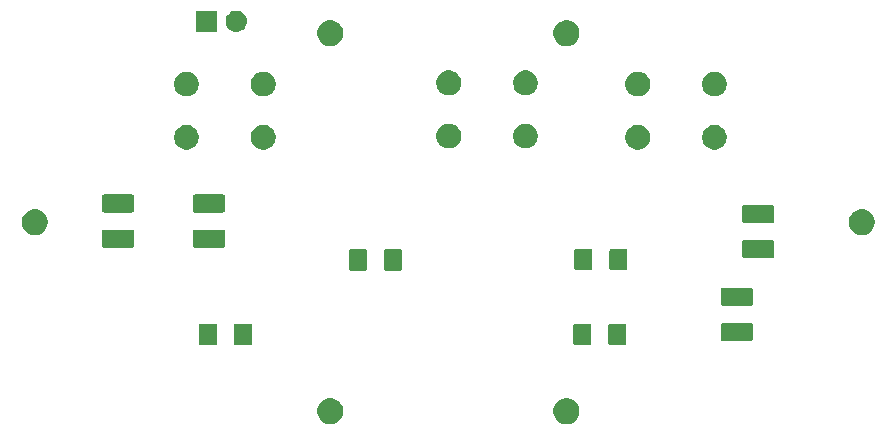
<source format=gbr>
G04 #@! TF.GenerationSoftware,KiCad,Pcbnew,(5.1.4-0)*
G04 #@! TF.CreationDate,2022-06-22T14:12:09-04:00*
G04 #@! TF.ProjectId,wheeler_lights,77686565-6c65-4725-9f6c-69676874732e,rev?*
G04 #@! TF.SameCoordinates,Original*
G04 #@! TF.FileFunction,Soldermask,Top*
G04 #@! TF.FilePolarity,Negative*
%FSLAX46Y46*%
G04 Gerber Fmt 4.6, Leading zero omitted, Abs format (unit mm)*
G04 Created by KiCad (PCBNEW (5.1.4-0)) date 2022-06-22 14:12:09*
%MOMM*%
%LPD*%
G04 APERTURE LIST*
%ADD10C,0.100000*%
G04 APERTURE END LIST*
D10*
G36*
X92714795Y-67920156D02*
G01*
X92821150Y-67941311D01*
X92921334Y-67982809D01*
X93021520Y-68024307D01*
X93201844Y-68144795D01*
X93355205Y-68298156D01*
X93475693Y-68478480D01*
X93558689Y-68678851D01*
X93601000Y-68891560D01*
X93601000Y-69108440D01*
X93558689Y-69321149D01*
X93475693Y-69521520D01*
X93355205Y-69701844D01*
X93201844Y-69855205D01*
X93021520Y-69975693D01*
X92821150Y-70058689D01*
X92714794Y-70079845D01*
X92608440Y-70101000D01*
X92391560Y-70101000D01*
X92285206Y-70079845D01*
X92178850Y-70058689D01*
X91978480Y-69975693D01*
X91798156Y-69855205D01*
X91644795Y-69701844D01*
X91524307Y-69521520D01*
X91441311Y-69321149D01*
X91399000Y-69108440D01*
X91399000Y-68891560D01*
X91441311Y-68678851D01*
X91524307Y-68478480D01*
X91644795Y-68298156D01*
X91798156Y-68144795D01*
X91978480Y-68024307D01*
X92078666Y-67982809D01*
X92178850Y-67941311D01*
X92285205Y-67920156D01*
X92391560Y-67899000D01*
X92608440Y-67899000D01*
X92714795Y-67920156D01*
X92714795Y-67920156D01*
G37*
G36*
X72714795Y-67920156D02*
G01*
X72821150Y-67941311D01*
X72921334Y-67982809D01*
X73021520Y-68024307D01*
X73201844Y-68144795D01*
X73355205Y-68298156D01*
X73475693Y-68478480D01*
X73558689Y-68678851D01*
X73601000Y-68891560D01*
X73601000Y-69108440D01*
X73558689Y-69321149D01*
X73475693Y-69521520D01*
X73355205Y-69701844D01*
X73201844Y-69855205D01*
X73021520Y-69975693D01*
X72821150Y-70058689D01*
X72714794Y-70079845D01*
X72608440Y-70101000D01*
X72391560Y-70101000D01*
X72285206Y-70079845D01*
X72178850Y-70058689D01*
X71978480Y-69975693D01*
X71798156Y-69855205D01*
X71644795Y-69701844D01*
X71524307Y-69521520D01*
X71441311Y-69321149D01*
X71399000Y-69108440D01*
X71399000Y-68891560D01*
X71441311Y-68678851D01*
X71524307Y-68478480D01*
X71644795Y-68298156D01*
X71798156Y-68144795D01*
X71978480Y-68024307D01*
X72078666Y-67982809D01*
X72178850Y-67941311D01*
X72285205Y-67920156D01*
X72391560Y-67899000D01*
X72608440Y-67899000D01*
X72714795Y-67920156D01*
X72714795Y-67920156D01*
G37*
G36*
X97430562Y-61593181D02*
G01*
X97465481Y-61603774D01*
X97497663Y-61620976D01*
X97525873Y-61644127D01*
X97549024Y-61672337D01*
X97566226Y-61704519D01*
X97576819Y-61739438D01*
X97581000Y-61781895D01*
X97581000Y-63248105D01*
X97576819Y-63290562D01*
X97566226Y-63325481D01*
X97549024Y-63357663D01*
X97525873Y-63385873D01*
X97497663Y-63409024D01*
X97465481Y-63426226D01*
X97430562Y-63436819D01*
X97388105Y-63441000D01*
X96246895Y-63441000D01*
X96204438Y-63436819D01*
X96169519Y-63426226D01*
X96137337Y-63409024D01*
X96109127Y-63385873D01*
X96085976Y-63357663D01*
X96068774Y-63325481D01*
X96058181Y-63290562D01*
X96054000Y-63248105D01*
X96054000Y-61781895D01*
X96058181Y-61739438D01*
X96068774Y-61704519D01*
X96085976Y-61672337D01*
X96109127Y-61644127D01*
X96137337Y-61620976D01*
X96169519Y-61603774D01*
X96204438Y-61593181D01*
X96246895Y-61589000D01*
X97388105Y-61589000D01*
X97430562Y-61593181D01*
X97430562Y-61593181D01*
G37*
G36*
X94455562Y-61593181D02*
G01*
X94490481Y-61603774D01*
X94522663Y-61620976D01*
X94550873Y-61644127D01*
X94574024Y-61672337D01*
X94591226Y-61704519D01*
X94601819Y-61739438D01*
X94606000Y-61781895D01*
X94606000Y-63248105D01*
X94601819Y-63290562D01*
X94591226Y-63325481D01*
X94574024Y-63357663D01*
X94550873Y-63385873D01*
X94522663Y-63409024D01*
X94490481Y-63426226D01*
X94455562Y-63436819D01*
X94413105Y-63441000D01*
X93271895Y-63441000D01*
X93229438Y-63436819D01*
X93194519Y-63426226D01*
X93162337Y-63409024D01*
X93134127Y-63385873D01*
X93110976Y-63357663D01*
X93093774Y-63325481D01*
X93083181Y-63290562D01*
X93079000Y-63248105D01*
X93079000Y-61781895D01*
X93083181Y-61739438D01*
X93093774Y-61704519D01*
X93110976Y-61672337D01*
X93134127Y-61644127D01*
X93162337Y-61620976D01*
X93194519Y-61603774D01*
X93229438Y-61593181D01*
X93271895Y-61589000D01*
X94413105Y-61589000D01*
X94455562Y-61593181D01*
X94455562Y-61593181D01*
G37*
G36*
X65730562Y-61593181D02*
G01*
X65765481Y-61603774D01*
X65797663Y-61620976D01*
X65825873Y-61644127D01*
X65849024Y-61672337D01*
X65866226Y-61704519D01*
X65876819Y-61739438D01*
X65881000Y-61781895D01*
X65881000Y-63248105D01*
X65876819Y-63290562D01*
X65866226Y-63325481D01*
X65849024Y-63357663D01*
X65825873Y-63385873D01*
X65797663Y-63409024D01*
X65765481Y-63426226D01*
X65730562Y-63436819D01*
X65688105Y-63441000D01*
X64546895Y-63441000D01*
X64504438Y-63436819D01*
X64469519Y-63426226D01*
X64437337Y-63409024D01*
X64409127Y-63385873D01*
X64385976Y-63357663D01*
X64368774Y-63325481D01*
X64358181Y-63290562D01*
X64354000Y-63248105D01*
X64354000Y-61781895D01*
X64358181Y-61739438D01*
X64368774Y-61704519D01*
X64385976Y-61672337D01*
X64409127Y-61644127D01*
X64437337Y-61620976D01*
X64469519Y-61603774D01*
X64504438Y-61593181D01*
X64546895Y-61589000D01*
X65688105Y-61589000D01*
X65730562Y-61593181D01*
X65730562Y-61593181D01*
G37*
G36*
X62755562Y-61593181D02*
G01*
X62790481Y-61603774D01*
X62822663Y-61620976D01*
X62850873Y-61644127D01*
X62874024Y-61672337D01*
X62891226Y-61704519D01*
X62901819Y-61739438D01*
X62906000Y-61781895D01*
X62906000Y-63248105D01*
X62901819Y-63290562D01*
X62891226Y-63325481D01*
X62874024Y-63357663D01*
X62850873Y-63385873D01*
X62822663Y-63409024D01*
X62790481Y-63426226D01*
X62755562Y-63436819D01*
X62713105Y-63441000D01*
X61571895Y-63441000D01*
X61529438Y-63436819D01*
X61494519Y-63426226D01*
X61462337Y-63409024D01*
X61434127Y-63385873D01*
X61410976Y-63357663D01*
X61393774Y-63325481D01*
X61383181Y-63290562D01*
X61379000Y-63248105D01*
X61379000Y-61781895D01*
X61383181Y-61739438D01*
X61393774Y-61704519D01*
X61410976Y-61672337D01*
X61434127Y-61644127D01*
X61462337Y-61620976D01*
X61494519Y-61603774D01*
X61529438Y-61593181D01*
X61571895Y-61589000D01*
X62713105Y-61589000D01*
X62755562Y-61593181D01*
X62755562Y-61593181D01*
G37*
G36*
X108155562Y-61543181D02*
G01*
X108190481Y-61553774D01*
X108222663Y-61570976D01*
X108250873Y-61594127D01*
X108274024Y-61622337D01*
X108291226Y-61654519D01*
X108301819Y-61689438D01*
X108306000Y-61731895D01*
X108306000Y-62873105D01*
X108301819Y-62915562D01*
X108291226Y-62950481D01*
X108274024Y-62982663D01*
X108250873Y-63010873D01*
X108222663Y-63034024D01*
X108190481Y-63051226D01*
X108155562Y-63061819D01*
X108113105Y-63066000D01*
X105746895Y-63066000D01*
X105704438Y-63061819D01*
X105669519Y-63051226D01*
X105637337Y-63034024D01*
X105609127Y-63010873D01*
X105585976Y-62982663D01*
X105568774Y-62950481D01*
X105558181Y-62915562D01*
X105554000Y-62873105D01*
X105554000Y-61731895D01*
X105558181Y-61689438D01*
X105568774Y-61654519D01*
X105585976Y-61622337D01*
X105609127Y-61594127D01*
X105637337Y-61570976D01*
X105669519Y-61553774D01*
X105704438Y-61543181D01*
X105746895Y-61539000D01*
X108113105Y-61539000D01*
X108155562Y-61543181D01*
X108155562Y-61543181D01*
G37*
G36*
X108155562Y-58568181D02*
G01*
X108190481Y-58578774D01*
X108222663Y-58595976D01*
X108250873Y-58619127D01*
X108274024Y-58647337D01*
X108291226Y-58679519D01*
X108301819Y-58714438D01*
X108306000Y-58756895D01*
X108306000Y-59898105D01*
X108301819Y-59940562D01*
X108291226Y-59975481D01*
X108274024Y-60007663D01*
X108250873Y-60035873D01*
X108222663Y-60059024D01*
X108190481Y-60076226D01*
X108155562Y-60086819D01*
X108113105Y-60091000D01*
X105746895Y-60091000D01*
X105704438Y-60086819D01*
X105669519Y-60076226D01*
X105637337Y-60059024D01*
X105609127Y-60035873D01*
X105585976Y-60007663D01*
X105568774Y-59975481D01*
X105558181Y-59940562D01*
X105554000Y-59898105D01*
X105554000Y-58756895D01*
X105558181Y-58714438D01*
X105568774Y-58679519D01*
X105585976Y-58647337D01*
X105609127Y-58619127D01*
X105637337Y-58595976D01*
X105669519Y-58578774D01*
X105704438Y-58568181D01*
X105746895Y-58564000D01*
X108113105Y-58564000D01*
X108155562Y-58568181D01*
X108155562Y-58568181D01*
G37*
G36*
X78430562Y-55293181D02*
G01*
X78465481Y-55303774D01*
X78497663Y-55320976D01*
X78525873Y-55344127D01*
X78549024Y-55372337D01*
X78566226Y-55404519D01*
X78576819Y-55439438D01*
X78581000Y-55481895D01*
X78581000Y-56948105D01*
X78576819Y-56990562D01*
X78566226Y-57025481D01*
X78549024Y-57057663D01*
X78525873Y-57085873D01*
X78497663Y-57109024D01*
X78465481Y-57126226D01*
X78430562Y-57136819D01*
X78388105Y-57141000D01*
X77246895Y-57141000D01*
X77204438Y-57136819D01*
X77169519Y-57126226D01*
X77137337Y-57109024D01*
X77109127Y-57085873D01*
X77085976Y-57057663D01*
X77068774Y-57025481D01*
X77058181Y-56990562D01*
X77054000Y-56948105D01*
X77054000Y-55481895D01*
X77058181Y-55439438D01*
X77068774Y-55404519D01*
X77085976Y-55372337D01*
X77109127Y-55344127D01*
X77137337Y-55320976D01*
X77169519Y-55303774D01*
X77204438Y-55293181D01*
X77246895Y-55289000D01*
X78388105Y-55289000D01*
X78430562Y-55293181D01*
X78430562Y-55293181D01*
G37*
G36*
X75455562Y-55293181D02*
G01*
X75490481Y-55303774D01*
X75522663Y-55320976D01*
X75550873Y-55344127D01*
X75574024Y-55372337D01*
X75591226Y-55404519D01*
X75601819Y-55439438D01*
X75606000Y-55481895D01*
X75606000Y-56948105D01*
X75601819Y-56990562D01*
X75591226Y-57025481D01*
X75574024Y-57057663D01*
X75550873Y-57085873D01*
X75522663Y-57109024D01*
X75490481Y-57126226D01*
X75455562Y-57136819D01*
X75413105Y-57141000D01*
X74271895Y-57141000D01*
X74229438Y-57136819D01*
X74194519Y-57126226D01*
X74162337Y-57109024D01*
X74134127Y-57085873D01*
X74110976Y-57057663D01*
X74093774Y-57025481D01*
X74083181Y-56990562D01*
X74079000Y-56948105D01*
X74079000Y-55481895D01*
X74083181Y-55439438D01*
X74093774Y-55404519D01*
X74110976Y-55372337D01*
X74134127Y-55344127D01*
X74162337Y-55320976D01*
X74194519Y-55303774D01*
X74229438Y-55293181D01*
X74271895Y-55289000D01*
X75413105Y-55289000D01*
X75455562Y-55293181D01*
X75455562Y-55293181D01*
G37*
G36*
X97518062Y-55243181D02*
G01*
X97552981Y-55253774D01*
X97585163Y-55270976D01*
X97613373Y-55294127D01*
X97636524Y-55322337D01*
X97653726Y-55354519D01*
X97664319Y-55389438D01*
X97668500Y-55431895D01*
X97668500Y-56898105D01*
X97664319Y-56940562D01*
X97653726Y-56975481D01*
X97636524Y-57007663D01*
X97613373Y-57035873D01*
X97585163Y-57059024D01*
X97552981Y-57076226D01*
X97518062Y-57086819D01*
X97475605Y-57091000D01*
X96334395Y-57091000D01*
X96291938Y-57086819D01*
X96257019Y-57076226D01*
X96224837Y-57059024D01*
X96196627Y-57035873D01*
X96173476Y-57007663D01*
X96156274Y-56975481D01*
X96145681Y-56940562D01*
X96141500Y-56898105D01*
X96141500Y-55431895D01*
X96145681Y-55389438D01*
X96156274Y-55354519D01*
X96173476Y-55322337D01*
X96196627Y-55294127D01*
X96224837Y-55270976D01*
X96257019Y-55253774D01*
X96291938Y-55243181D01*
X96334395Y-55239000D01*
X97475605Y-55239000D01*
X97518062Y-55243181D01*
X97518062Y-55243181D01*
G37*
G36*
X94543062Y-55243181D02*
G01*
X94577981Y-55253774D01*
X94610163Y-55270976D01*
X94638373Y-55294127D01*
X94661524Y-55322337D01*
X94678726Y-55354519D01*
X94689319Y-55389438D01*
X94693500Y-55431895D01*
X94693500Y-56898105D01*
X94689319Y-56940562D01*
X94678726Y-56975481D01*
X94661524Y-57007663D01*
X94638373Y-57035873D01*
X94610163Y-57059024D01*
X94577981Y-57076226D01*
X94543062Y-57086819D01*
X94500605Y-57091000D01*
X93359395Y-57091000D01*
X93316938Y-57086819D01*
X93282019Y-57076226D01*
X93249837Y-57059024D01*
X93221627Y-57035873D01*
X93198476Y-57007663D01*
X93181274Y-56975481D01*
X93170681Y-56940562D01*
X93166500Y-56898105D01*
X93166500Y-55431895D01*
X93170681Y-55389438D01*
X93181274Y-55354519D01*
X93198476Y-55322337D01*
X93221627Y-55294127D01*
X93249837Y-55270976D01*
X93282019Y-55253774D01*
X93316938Y-55243181D01*
X93359395Y-55239000D01*
X94500605Y-55239000D01*
X94543062Y-55243181D01*
X94543062Y-55243181D01*
G37*
G36*
X109955562Y-54530681D02*
G01*
X109990481Y-54541274D01*
X110022663Y-54558476D01*
X110050873Y-54581627D01*
X110074024Y-54609837D01*
X110091226Y-54642019D01*
X110101819Y-54676938D01*
X110106000Y-54719395D01*
X110106000Y-55860605D01*
X110101819Y-55903062D01*
X110091226Y-55937981D01*
X110074024Y-55970163D01*
X110050873Y-55998373D01*
X110022663Y-56021524D01*
X109990481Y-56038726D01*
X109955562Y-56049319D01*
X109913105Y-56053500D01*
X107546895Y-56053500D01*
X107504438Y-56049319D01*
X107469519Y-56038726D01*
X107437337Y-56021524D01*
X107409127Y-55998373D01*
X107385976Y-55970163D01*
X107368774Y-55937981D01*
X107358181Y-55903062D01*
X107354000Y-55860605D01*
X107354000Y-54719395D01*
X107358181Y-54676938D01*
X107368774Y-54642019D01*
X107385976Y-54609837D01*
X107409127Y-54581627D01*
X107437337Y-54558476D01*
X107469519Y-54541274D01*
X107504438Y-54530681D01*
X107546895Y-54526500D01*
X109913105Y-54526500D01*
X109955562Y-54530681D01*
X109955562Y-54530681D01*
G37*
G36*
X63455562Y-53643181D02*
G01*
X63490481Y-53653774D01*
X63522663Y-53670976D01*
X63550873Y-53694127D01*
X63574024Y-53722337D01*
X63591226Y-53754519D01*
X63601819Y-53789438D01*
X63606000Y-53831895D01*
X63606000Y-54973105D01*
X63601819Y-55015562D01*
X63591226Y-55050481D01*
X63574024Y-55082663D01*
X63550873Y-55110873D01*
X63522663Y-55134024D01*
X63490481Y-55151226D01*
X63455562Y-55161819D01*
X63413105Y-55166000D01*
X61046895Y-55166000D01*
X61004438Y-55161819D01*
X60969519Y-55151226D01*
X60937337Y-55134024D01*
X60909127Y-55110873D01*
X60885976Y-55082663D01*
X60868774Y-55050481D01*
X60858181Y-55015562D01*
X60854000Y-54973105D01*
X60854000Y-53831895D01*
X60858181Y-53789438D01*
X60868774Y-53754519D01*
X60885976Y-53722337D01*
X60909127Y-53694127D01*
X60937337Y-53670976D01*
X60969519Y-53653774D01*
X61004438Y-53643181D01*
X61046895Y-53639000D01*
X63413105Y-53639000D01*
X63455562Y-53643181D01*
X63455562Y-53643181D01*
G37*
G36*
X55755562Y-53643181D02*
G01*
X55790481Y-53653774D01*
X55822663Y-53670976D01*
X55850873Y-53694127D01*
X55874024Y-53722337D01*
X55891226Y-53754519D01*
X55901819Y-53789438D01*
X55906000Y-53831895D01*
X55906000Y-54973105D01*
X55901819Y-55015562D01*
X55891226Y-55050481D01*
X55874024Y-55082663D01*
X55850873Y-55110873D01*
X55822663Y-55134024D01*
X55790481Y-55151226D01*
X55755562Y-55161819D01*
X55713105Y-55166000D01*
X53346895Y-55166000D01*
X53304438Y-55161819D01*
X53269519Y-55151226D01*
X53237337Y-55134024D01*
X53209127Y-55110873D01*
X53185976Y-55082663D01*
X53168774Y-55050481D01*
X53158181Y-55015562D01*
X53154000Y-54973105D01*
X53154000Y-53831895D01*
X53158181Y-53789438D01*
X53168774Y-53754519D01*
X53185976Y-53722337D01*
X53209127Y-53694127D01*
X53237337Y-53670976D01*
X53269519Y-53653774D01*
X53304438Y-53643181D01*
X53346895Y-53639000D01*
X55713105Y-53639000D01*
X55755562Y-53643181D01*
X55755562Y-53643181D01*
G37*
G36*
X117714794Y-51920155D02*
G01*
X117821150Y-51941311D01*
X117903373Y-51975369D01*
X118021520Y-52024307D01*
X118201844Y-52144795D01*
X118355205Y-52298156D01*
X118475693Y-52478480D01*
X118558689Y-52678851D01*
X118601000Y-52891560D01*
X118601000Y-53108440D01*
X118558689Y-53321149D01*
X118475693Y-53521520D01*
X118355205Y-53701844D01*
X118201844Y-53855205D01*
X118021520Y-53975693D01*
X117921334Y-54017191D01*
X117821150Y-54058689D01*
X117714794Y-54079845D01*
X117608440Y-54101000D01*
X117391560Y-54101000D01*
X117285206Y-54079845D01*
X117178850Y-54058689D01*
X116978480Y-53975693D01*
X116798156Y-53855205D01*
X116644795Y-53701844D01*
X116524307Y-53521520D01*
X116441311Y-53321149D01*
X116399000Y-53108440D01*
X116399000Y-52891560D01*
X116441311Y-52678851D01*
X116524307Y-52478480D01*
X116644795Y-52298156D01*
X116798156Y-52144795D01*
X116978480Y-52024307D01*
X117096627Y-51975369D01*
X117178850Y-51941311D01*
X117285205Y-51920156D01*
X117391560Y-51899000D01*
X117608440Y-51899000D01*
X117714794Y-51920155D01*
X117714794Y-51920155D01*
G37*
G36*
X47714794Y-51920155D02*
G01*
X47821150Y-51941311D01*
X47903373Y-51975369D01*
X48021520Y-52024307D01*
X48201844Y-52144795D01*
X48355205Y-52298156D01*
X48475693Y-52478480D01*
X48558689Y-52678851D01*
X48601000Y-52891560D01*
X48601000Y-53108440D01*
X48558689Y-53321149D01*
X48475693Y-53521520D01*
X48355205Y-53701844D01*
X48201844Y-53855205D01*
X48021520Y-53975693D01*
X47921334Y-54017191D01*
X47821150Y-54058689D01*
X47714794Y-54079845D01*
X47608440Y-54101000D01*
X47391560Y-54101000D01*
X47285206Y-54079845D01*
X47178850Y-54058689D01*
X46978480Y-53975693D01*
X46798156Y-53855205D01*
X46644795Y-53701844D01*
X46524307Y-53521520D01*
X46441311Y-53321149D01*
X46399000Y-53108440D01*
X46399000Y-52891560D01*
X46441311Y-52678851D01*
X46524307Y-52478480D01*
X46644795Y-52298156D01*
X46798156Y-52144795D01*
X46978480Y-52024307D01*
X47096627Y-51975369D01*
X47178850Y-51941311D01*
X47285205Y-51920156D01*
X47391560Y-51899000D01*
X47608440Y-51899000D01*
X47714794Y-51920155D01*
X47714794Y-51920155D01*
G37*
G36*
X109955562Y-51555681D02*
G01*
X109990481Y-51566274D01*
X110022663Y-51583476D01*
X110050873Y-51606627D01*
X110074024Y-51634837D01*
X110091226Y-51667019D01*
X110101819Y-51701938D01*
X110106000Y-51744395D01*
X110106000Y-52885605D01*
X110101819Y-52928062D01*
X110091226Y-52962981D01*
X110074024Y-52995163D01*
X110050873Y-53023373D01*
X110022663Y-53046524D01*
X109990481Y-53063726D01*
X109955562Y-53074319D01*
X109913105Y-53078500D01*
X107546895Y-53078500D01*
X107504438Y-53074319D01*
X107469519Y-53063726D01*
X107437337Y-53046524D01*
X107409127Y-53023373D01*
X107385976Y-52995163D01*
X107368774Y-52962981D01*
X107358181Y-52928062D01*
X107354000Y-52885605D01*
X107354000Y-51744395D01*
X107358181Y-51701938D01*
X107368774Y-51667019D01*
X107385976Y-51634837D01*
X107409127Y-51606627D01*
X107437337Y-51583476D01*
X107469519Y-51566274D01*
X107504438Y-51555681D01*
X107546895Y-51551500D01*
X109913105Y-51551500D01*
X109955562Y-51555681D01*
X109955562Y-51555681D01*
G37*
G36*
X63455562Y-50668181D02*
G01*
X63490481Y-50678774D01*
X63522663Y-50695976D01*
X63550873Y-50719127D01*
X63574024Y-50747337D01*
X63591226Y-50779519D01*
X63601819Y-50814438D01*
X63606000Y-50856895D01*
X63606000Y-51998105D01*
X63601819Y-52040562D01*
X63591226Y-52075481D01*
X63574024Y-52107663D01*
X63550873Y-52135873D01*
X63522663Y-52159024D01*
X63490481Y-52176226D01*
X63455562Y-52186819D01*
X63413105Y-52191000D01*
X61046895Y-52191000D01*
X61004438Y-52186819D01*
X60969519Y-52176226D01*
X60937337Y-52159024D01*
X60909127Y-52135873D01*
X60885976Y-52107663D01*
X60868774Y-52075481D01*
X60858181Y-52040562D01*
X60854000Y-51998105D01*
X60854000Y-50856895D01*
X60858181Y-50814438D01*
X60868774Y-50779519D01*
X60885976Y-50747337D01*
X60909127Y-50719127D01*
X60937337Y-50695976D01*
X60969519Y-50678774D01*
X61004438Y-50668181D01*
X61046895Y-50664000D01*
X63413105Y-50664000D01*
X63455562Y-50668181D01*
X63455562Y-50668181D01*
G37*
G36*
X55755562Y-50668181D02*
G01*
X55790481Y-50678774D01*
X55822663Y-50695976D01*
X55850873Y-50719127D01*
X55874024Y-50747337D01*
X55891226Y-50779519D01*
X55901819Y-50814438D01*
X55906000Y-50856895D01*
X55906000Y-51998105D01*
X55901819Y-52040562D01*
X55891226Y-52075481D01*
X55874024Y-52107663D01*
X55850873Y-52135873D01*
X55822663Y-52159024D01*
X55790481Y-52176226D01*
X55755562Y-52186819D01*
X55713105Y-52191000D01*
X53346895Y-52191000D01*
X53304438Y-52186819D01*
X53269519Y-52176226D01*
X53237337Y-52159024D01*
X53209127Y-52135873D01*
X53185976Y-52107663D01*
X53168774Y-52075481D01*
X53158181Y-52040562D01*
X53154000Y-51998105D01*
X53154000Y-50856895D01*
X53158181Y-50814438D01*
X53168774Y-50779519D01*
X53185976Y-50747337D01*
X53209127Y-50719127D01*
X53237337Y-50695976D01*
X53269519Y-50678774D01*
X53304438Y-50668181D01*
X53346895Y-50664000D01*
X55713105Y-50664000D01*
X55755562Y-50668181D01*
X55755562Y-50668181D01*
G37*
G36*
X105336564Y-44804389D02*
G01*
X105527833Y-44883615D01*
X105527835Y-44883616D01*
X105699973Y-44998635D01*
X105846365Y-45145027D01*
X105961385Y-45317167D01*
X106040611Y-45508436D01*
X106081000Y-45711484D01*
X106081000Y-45918516D01*
X106040611Y-46121564D01*
X106002806Y-46212833D01*
X105961384Y-46312835D01*
X105846365Y-46484973D01*
X105699973Y-46631365D01*
X105527835Y-46746384D01*
X105527834Y-46746385D01*
X105527833Y-46746385D01*
X105336564Y-46825611D01*
X105133516Y-46866000D01*
X104926484Y-46866000D01*
X104723436Y-46825611D01*
X104532167Y-46746385D01*
X104532166Y-46746385D01*
X104532165Y-46746384D01*
X104360027Y-46631365D01*
X104213635Y-46484973D01*
X104098616Y-46312835D01*
X104057194Y-46212833D01*
X104019389Y-46121564D01*
X103979000Y-45918516D01*
X103979000Y-45711484D01*
X104019389Y-45508436D01*
X104098615Y-45317167D01*
X104213635Y-45145027D01*
X104360027Y-44998635D01*
X104532165Y-44883616D01*
X104532167Y-44883615D01*
X104723436Y-44804389D01*
X104926484Y-44764000D01*
X105133516Y-44764000D01*
X105336564Y-44804389D01*
X105336564Y-44804389D01*
G37*
G36*
X67136564Y-44804389D02*
G01*
X67327833Y-44883615D01*
X67327835Y-44883616D01*
X67499973Y-44998635D01*
X67646365Y-45145027D01*
X67761385Y-45317167D01*
X67840611Y-45508436D01*
X67881000Y-45711484D01*
X67881000Y-45918516D01*
X67840611Y-46121564D01*
X67802806Y-46212833D01*
X67761384Y-46312835D01*
X67646365Y-46484973D01*
X67499973Y-46631365D01*
X67327835Y-46746384D01*
X67327834Y-46746385D01*
X67327833Y-46746385D01*
X67136564Y-46825611D01*
X66933516Y-46866000D01*
X66726484Y-46866000D01*
X66523436Y-46825611D01*
X66332167Y-46746385D01*
X66332166Y-46746385D01*
X66332165Y-46746384D01*
X66160027Y-46631365D01*
X66013635Y-46484973D01*
X65898616Y-46312835D01*
X65857194Y-46212833D01*
X65819389Y-46121564D01*
X65779000Y-45918516D01*
X65779000Y-45711484D01*
X65819389Y-45508436D01*
X65898615Y-45317167D01*
X66013635Y-45145027D01*
X66160027Y-44998635D01*
X66332165Y-44883616D01*
X66332167Y-44883615D01*
X66523436Y-44804389D01*
X66726484Y-44764000D01*
X66933516Y-44764000D01*
X67136564Y-44804389D01*
X67136564Y-44804389D01*
G37*
G36*
X60636564Y-44804389D02*
G01*
X60827833Y-44883615D01*
X60827835Y-44883616D01*
X60999973Y-44998635D01*
X61146365Y-45145027D01*
X61261385Y-45317167D01*
X61340611Y-45508436D01*
X61381000Y-45711484D01*
X61381000Y-45918516D01*
X61340611Y-46121564D01*
X61302806Y-46212833D01*
X61261384Y-46312835D01*
X61146365Y-46484973D01*
X60999973Y-46631365D01*
X60827835Y-46746384D01*
X60827834Y-46746385D01*
X60827833Y-46746385D01*
X60636564Y-46825611D01*
X60433516Y-46866000D01*
X60226484Y-46866000D01*
X60023436Y-46825611D01*
X59832167Y-46746385D01*
X59832166Y-46746385D01*
X59832165Y-46746384D01*
X59660027Y-46631365D01*
X59513635Y-46484973D01*
X59398616Y-46312835D01*
X59357194Y-46212833D01*
X59319389Y-46121564D01*
X59279000Y-45918516D01*
X59279000Y-45711484D01*
X59319389Y-45508436D01*
X59398615Y-45317167D01*
X59513635Y-45145027D01*
X59660027Y-44998635D01*
X59832165Y-44883616D01*
X59832167Y-44883615D01*
X60023436Y-44804389D01*
X60226484Y-44764000D01*
X60433516Y-44764000D01*
X60636564Y-44804389D01*
X60636564Y-44804389D01*
G37*
G36*
X98836564Y-44804389D02*
G01*
X99027833Y-44883615D01*
X99027835Y-44883616D01*
X99199973Y-44998635D01*
X99346365Y-45145027D01*
X99461385Y-45317167D01*
X99540611Y-45508436D01*
X99581000Y-45711484D01*
X99581000Y-45918516D01*
X99540611Y-46121564D01*
X99502806Y-46212833D01*
X99461384Y-46312835D01*
X99346365Y-46484973D01*
X99199973Y-46631365D01*
X99027835Y-46746384D01*
X99027834Y-46746385D01*
X99027833Y-46746385D01*
X98836564Y-46825611D01*
X98633516Y-46866000D01*
X98426484Y-46866000D01*
X98223436Y-46825611D01*
X98032167Y-46746385D01*
X98032166Y-46746385D01*
X98032165Y-46746384D01*
X97860027Y-46631365D01*
X97713635Y-46484973D01*
X97598616Y-46312835D01*
X97557194Y-46212833D01*
X97519389Y-46121564D01*
X97479000Y-45918516D01*
X97479000Y-45711484D01*
X97519389Y-45508436D01*
X97598615Y-45317167D01*
X97713635Y-45145027D01*
X97860027Y-44998635D01*
X98032165Y-44883616D01*
X98032167Y-44883615D01*
X98223436Y-44804389D01*
X98426484Y-44764000D01*
X98633516Y-44764000D01*
X98836564Y-44804389D01*
X98836564Y-44804389D01*
G37*
G36*
X89336564Y-44704389D02*
G01*
X89527833Y-44783615D01*
X89527835Y-44783616D01*
X89558924Y-44804389D01*
X89699973Y-44898635D01*
X89846365Y-45045027D01*
X89961385Y-45217167D01*
X90040611Y-45408436D01*
X90081000Y-45611484D01*
X90081000Y-45818516D01*
X90040611Y-46021564D01*
X89999189Y-46121565D01*
X89961384Y-46212835D01*
X89846365Y-46384973D01*
X89699973Y-46531365D01*
X89527835Y-46646384D01*
X89527834Y-46646385D01*
X89527833Y-46646385D01*
X89336564Y-46725611D01*
X89133516Y-46766000D01*
X88926484Y-46766000D01*
X88723436Y-46725611D01*
X88532167Y-46646385D01*
X88532166Y-46646385D01*
X88532165Y-46646384D01*
X88360027Y-46531365D01*
X88213635Y-46384973D01*
X88098616Y-46212835D01*
X88060811Y-46121565D01*
X88019389Y-46021564D01*
X87979000Y-45818516D01*
X87979000Y-45611484D01*
X88019389Y-45408436D01*
X88098615Y-45217167D01*
X88213635Y-45045027D01*
X88360027Y-44898635D01*
X88501076Y-44804389D01*
X88532165Y-44783616D01*
X88532167Y-44783615D01*
X88723436Y-44704389D01*
X88926484Y-44664000D01*
X89133516Y-44664000D01*
X89336564Y-44704389D01*
X89336564Y-44704389D01*
G37*
G36*
X82836564Y-44704389D02*
G01*
X83027833Y-44783615D01*
X83027835Y-44783616D01*
X83058924Y-44804389D01*
X83199973Y-44898635D01*
X83346365Y-45045027D01*
X83461385Y-45217167D01*
X83540611Y-45408436D01*
X83581000Y-45611484D01*
X83581000Y-45818516D01*
X83540611Y-46021564D01*
X83499189Y-46121565D01*
X83461384Y-46212835D01*
X83346365Y-46384973D01*
X83199973Y-46531365D01*
X83027835Y-46646384D01*
X83027834Y-46646385D01*
X83027833Y-46646385D01*
X82836564Y-46725611D01*
X82633516Y-46766000D01*
X82426484Y-46766000D01*
X82223436Y-46725611D01*
X82032167Y-46646385D01*
X82032166Y-46646385D01*
X82032165Y-46646384D01*
X81860027Y-46531365D01*
X81713635Y-46384973D01*
X81598616Y-46212835D01*
X81560811Y-46121565D01*
X81519389Y-46021564D01*
X81479000Y-45818516D01*
X81479000Y-45611484D01*
X81519389Y-45408436D01*
X81598615Y-45217167D01*
X81713635Y-45045027D01*
X81860027Y-44898635D01*
X82001076Y-44804389D01*
X82032165Y-44783616D01*
X82032167Y-44783615D01*
X82223436Y-44704389D01*
X82426484Y-44664000D01*
X82633516Y-44664000D01*
X82836564Y-44704389D01*
X82836564Y-44704389D01*
G37*
G36*
X60636564Y-40304389D02*
G01*
X60827833Y-40383615D01*
X60827835Y-40383616D01*
X60999973Y-40498635D01*
X61146365Y-40645027D01*
X61261385Y-40817167D01*
X61340611Y-41008436D01*
X61381000Y-41211484D01*
X61381000Y-41418516D01*
X61340611Y-41621564D01*
X61302806Y-41712833D01*
X61261384Y-41812835D01*
X61146365Y-41984973D01*
X60999973Y-42131365D01*
X60827835Y-42246384D01*
X60827834Y-42246385D01*
X60827833Y-42246385D01*
X60636564Y-42325611D01*
X60433516Y-42366000D01*
X60226484Y-42366000D01*
X60023436Y-42325611D01*
X59832167Y-42246385D01*
X59832166Y-42246385D01*
X59832165Y-42246384D01*
X59660027Y-42131365D01*
X59513635Y-41984973D01*
X59398616Y-41812835D01*
X59357194Y-41712833D01*
X59319389Y-41621564D01*
X59279000Y-41418516D01*
X59279000Y-41211484D01*
X59319389Y-41008436D01*
X59398615Y-40817167D01*
X59513635Y-40645027D01*
X59660027Y-40498635D01*
X59832165Y-40383616D01*
X59832167Y-40383615D01*
X60023436Y-40304389D01*
X60226484Y-40264000D01*
X60433516Y-40264000D01*
X60636564Y-40304389D01*
X60636564Y-40304389D01*
G37*
G36*
X67136564Y-40304389D02*
G01*
X67327833Y-40383615D01*
X67327835Y-40383616D01*
X67499973Y-40498635D01*
X67646365Y-40645027D01*
X67761385Y-40817167D01*
X67840611Y-41008436D01*
X67881000Y-41211484D01*
X67881000Y-41418516D01*
X67840611Y-41621564D01*
X67802806Y-41712833D01*
X67761384Y-41812835D01*
X67646365Y-41984973D01*
X67499973Y-42131365D01*
X67327835Y-42246384D01*
X67327834Y-42246385D01*
X67327833Y-42246385D01*
X67136564Y-42325611D01*
X66933516Y-42366000D01*
X66726484Y-42366000D01*
X66523436Y-42325611D01*
X66332167Y-42246385D01*
X66332166Y-42246385D01*
X66332165Y-42246384D01*
X66160027Y-42131365D01*
X66013635Y-41984973D01*
X65898616Y-41812835D01*
X65857194Y-41712833D01*
X65819389Y-41621564D01*
X65779000Y-41418516D01*
X65779000Y-41211484D01*
X65819389Y-41008436D01*
X65898615Y-40817167D01*
X66013635Y-40645027D01*
X66160027Y-40498635D01*
X66332165Y-40383616D01*
X66332167Y-40383615D01*
X66523436Y-40304389D01*
X66726484Y-40264000D01*
X66933516Y-40264000D01*
X67136564Y-40304389D01*
X67136564Y-40304389D01*
G37*
G36*
X98836564Y-40304389D02*
G01*
X99027833Y-40383615D01*
X99027835Y-40383616D01*
X99199973Y-40498635D01*
X99346365Y-40645027D01*
X99461385Y-40817167D01*
X99540611Y-41008436D01*
X99581000Y-41211484D01*
X99581000Y-41418516D01*
X99540611Y-41621564D01*
X99502806Y-41712833D01*
X99461384Y-41812835D01*
X99346365Y-41984973D01*
X99199973Y-42131365D01*
X99027835Y-42246384D01*
X99027834Y-42246385D01*
X99027833Y-42246385D01*
X98836564Y-42325611D01*
X98633516Y-42366000D01*
X98426484Y-42366000D01*
X98223436Y-42325611D01*
X98032167Y-42246385D01*
X98032166Y-42246385D01*
X98032165Y-42246384D01*
X97860027Y-42131365D01*
X97713635Y-41984973D01*
X97598616Y-41812835D01*
X97557194Y-41712833D01*
X97519389Y-41621564D01*
X97479000Y-41418516D01*
X97479000Y-41211484D01*
X97519389Y-41008436D01*
X97598615Y-40817167D01*
X97713635Y-40645027D01*
X97860027Y-40498635D01*
X98032165Y-40383616D01*
X98032167Y-40383615D01*
X98223436Y-40304389D01*
X98426484Y-40264000D01*
X98633516Y-40264000D01*
X98836564Y-40304389D01*
X98836564Y-40304389D01*
G37*
G36*
X105336564Y-40304389D02*
G01*
X105527833Y-40383615D01*
X105527835Y-40383616D01*
X105699973Y-40498635D01*
X105846365Y-40645027D01*
X105961385Y-40817167D01*
X106040611Y-41008436D01*
X106081000Y-41211484D01*
X106081000Y-41418516D01*
X106040611Y-41621564D01*
X106002806Y-41712833D01*
X105961384Y-41812835D01*
X105846365Y-41984973D01*
X105699973Y-42131365D01*
X105527835Y-42246384D01*
X105527834Y-42246385D01*
X105527833Y-42246385D01*
X105336564Y-42325611D01*
X105133516Y-42366000D01*
X104926484Y-42366000D01*
X104723436Y-42325611D01*
X104532167Y-42246385D01*
X104532166Y-42246385D01*
X104532165Y-42246384D01*
X104360027Y-42131365D01*
X104213635Y-41984973D01*
X104098616Y-41812835D01*
X104057194Y-41712833D01*
X104019389Y-41621564D01*
X103979000Y-41418516D01*
X103979000Y-41211484D01*
X104019389Y-41008436D01*
X104098615Y-40817167D01*
X104213635Y-40645027D01*
X104360027Y-40498635D01*
X104532165Y-40383616D01*
X104532167Y-40383615D01*
X104723436Y-40304389D01*
X104926484Y-40264000D01*
X105133516Y-40264000D01*
X105336564Y-40304389D01*
X105336564Y-40304389D01*
G37*
G36*
X82836564Y-40204389D02*
G01*
X83027833Y-40283615D01*
X83027835Y-40283616D01*
X83058924Y-40304389D01*
X83199973Y-40398635D01*
X83346365Y-40545027D01*
X83461385Y-40717167D01*
X83540611Y-40908436D01*
X83581000Y-41111484D01*
X83581000Y-41318516D01*
X83540611Y-41521564D01*
X83499189Y-41621565D01*
X83461384Y-41712835D01*
X83346365Y-41884973D01*
X83199973Y-42031365D01*
X83027835Y-42146384D01*
X83027834Y-42146385D01*
X83027833Y-42146385D01*
X82836564Y-42225611D01*
X82633516Y-42266000D01*
X82426484Y-42266000D01*
X82223436Y-42225611D01*
X82032167Y-42146385D01*
X82032166Y-42146385D01*
X82032165Y-42146384D01*
X81860027Y-42031365D01*
X81713635Y-41884973D01*
X81598616Y-41712835D01*
X81560811Y-41621565D01*
X81519389Y-41521564D01*
X81479000Y-41318516D01*
X81479000Y-41111484D01*
X81519389Y-40908436D01*
X81598615Y-40717167D01*
X81713635Y-40545027D01*
X81860027Y-40398635D01*
X82001076Y-40304389D01*
X82032165Y-40283616D01*
X82032167Y-40283615D01*
X82223436Y-40204389D01*
X82426484Y-40164000D01*
X82633516Y-40164000D01*
X82836564Y-40204389D01*
X82836564Y-40204389D01*
G37*
G36*
X89336564Y-40204389D02*
G01*
X89527833Y-40283615D01*
X89527835Y-40283616D01*
X89558924Y-40304389D01*
X89699973Y-40398635D01*
X89846365Y-40545027D01*
X89961385Y-40717167D01*
X90040611Y-40908436D01*
X90081000Y-41111484D01*
X90081000Y-41318516D01*
X90040611Y-41521564D01*
X89999189Y-41621565D01*
X89961384Y-41712835D01*
X89846365Y-41884973D01*
X89699973Y-42031365D01*
X89527835Y-42146384D01*
X89527834Y-42146385D01*
X89527833Y-42146385D01*
X89336564Y-42225611D01*
X89133516Y-42266000D01*
X88926484Y-42266000D01*
X88723436Y-42225611D01*
X88532167Y-42146385D01*
X88532166Y-42146385D01*
X88532165Y-42146384D01*
X88360027Y-42031365D01*
X88213635Y-41884973D01*
X88098616Y-41712835D01*
X88060811Y-41621565D01*
X88019389Y-41521564D01*
X87979000Y-41318516D01*
X87979000Y-41111484D01*
X88019389Y-40908436D01*
X88098615Y-40717167D01*
X88213635Y-40545027D01*
X88360027Y-40398635D01*
X88501076Y-40304389D01*
X88532165Y-40283616D01*
X88532167Y-40283615D01*
X88723436Y-40204389D01*
X88926484Y-40164000D01*
X89133516Y-40164000D01*
X89336564Y-40204389D01*
X89336564Y-40204389D01*
G37*
G36*
X72714795Y-35920156D02*
G01*
X72821150Y-35941311D01*
X72921334Y-35982809D01*
X73021520Y-36024307D01*
X73201844Y-36144795D01*
X73355205Y-36298156D01*
X73475693Y-36478480D01*
X73558689Y-36678851D01*
X73601000Y-36891560D01*
X73601000Y-37108440D01*
X73558689Y-37321149D01*
X73475693Y-37521520D01*
X73355205Y-37701844D01*
X73201844Y-37855205D01*
X73021520Y-37975693D01*
X72921334Y-38017191D01*
X72821150Y-38058689D01*
X72714794Y-38079845D01*
X72608440Y-38101000D01*
X72391560Y-38101000D01*
X72285206Y-38079845D01*
X72178850Y-38058689D01*
X71978480Y-37975693D01*
X71798156Y-37855205D01*
X71644795Y-37701844D01*
X71524307Y-37521520D01*
X71441311Y-37321149D01*
X71399000Y-37108440D01*
X71399000Y-36891560D01*
X71441311Y-36678851D01*
X71524307Y-36478480D01*
X71644795Y-36298156D01*
X71798156Y-36144795D01*
X71978480Y-36024307D01*
X72178850Y-35941311D01*
X72285205Y-35920156D01*
X72391560Y-35899000D01*
X72608440Y-35899000D01*
X72714795Y-35920156D01*
X72714795Y-35920156D01*
G37*
G36*
X92714795Y-35920156D02*
G01*
X92821150Y-35941311D01*
X92921334Y-35982809D01*
X93021520Y-36024307D01*
X93201844Y-36144795D01*
X93355205Y-36298156D01*
X93475693Y-36478480D01*
X93558689Y-36678851D01*
X93601000Y-36891560D01*
X93601000Y-37108440D01*
X93558689Y-37321149D01*
X93475693Y-37521520D01*
X93355205Y-37701844D01*
X93201844Y-37855205D01*
X93021520Y-37975693D01*
X92921334Y-38017191D01*
X92821150Y-38058689D01*
X92714794Y-38079845D01*
X92608440Y-38101000D01*
X92391560Y-38101000D01*
X92285206Y-38079845D01*
X92178850Y-38058689D01*
X91978480Y-37975693D01*
X91798156Y-37855205D01*
X91644795Y-37701844D01*
X91524307Y-37521520D01*
X91441311Y-37321149D01*
X91399000Y-37108440D01*
X91399000Y-36891560D01*
X91441311Y-36678851D01*
X91524307Y-36478480D01*
X91644795Y-36298156D01*
X91798156Y-36144795D01*
X91978480Y-36024307D01*
X92178850Y-35941311D01*
X92285205Y-35920156D01*
X92391560Y-35899000D01*
X92608440Y-35899000D01*
X92714795Y-35920156D01*
X92714795Y-35920156D01*
G37*
G36*
X62901000Y-36901000D02*
G01*
X61099000Y-36901000D01*
X61099000Y-35099000D01*
X62901000Y-35099000D01*
X62901000Y-36901000D01*
X62901000Y-36901000D01*
G37*
G36*
X64650442Y-35105518D02*
G01*
X64716627Y-35112037D01*
X64886466Y-35163557D01*
X65042991Y-35247222D01*
X65078729Y-35276552D01*
X65180186Y-35359814D01*
X65263448Y-35461271D01*
X65292778Y-35497009D01*
X65376443Y-35653534D01*
X65427963Y-35823373D01*
X65445359Y-36000000D01*
X65427963Y-36176627D01*
X65376443Y-36346466D01*
X65292778Y-36502991D01*
X65263448Y-36538729D01*
X65180186Y-36640186D01*
X65078729Y-36723448D01*
X65042991Y-36752778D01*
X64886466Y-36836443D01*
X64716627Y-36887963D01*
X64650443Y-36894481D01*
X64584260Y-36901000D01*
X64495740Y-36901000D01*
X64429557Y-36894481D01*
X64363373Y-36887963D01*
X64193534Y-36836443D01*
X64037009Y-36752778D01*
X64001271Y-36723448D01*
X63899814Y-36640186D01*
X63816552Y-36538729D01*
X63787222Y-36502991D01*
X63703557Y-36346466D01*
X63652037Y-36176627D01*
X63634641Y-36000000D01*
X63652037Y-35823373D01*
X63703557Y-35653534D01*
X63787222Y-35497009D01*
X63816552Y-35461271D01*
X63899814Y-35359814D01*
X64001271Y-35276552D01*
X64037009Y-35247222D01*
X64193534Y-35163557D01*
X64363373Y-35112037D01*
X64429558Y-35105518D01*
X64495740Y-35099000D01*
X64584260Y-35099000D01*
X64650442Y-35105518D01*
X64650442Y-35105518D01*
G37*
M02*

</source>
